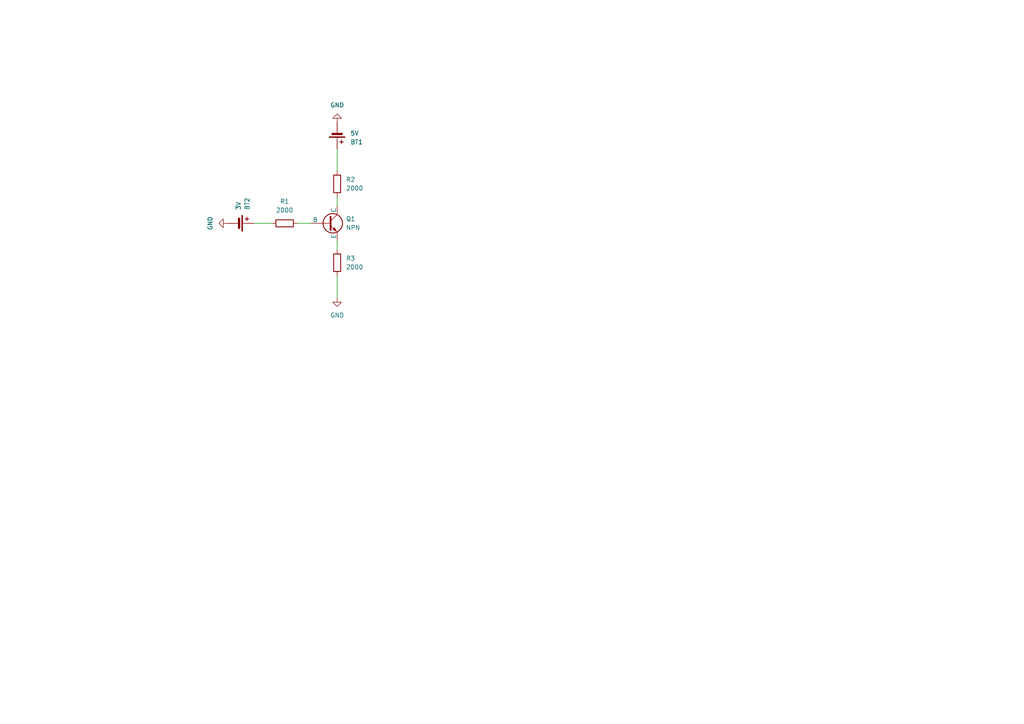
<source format=kicad_sch>
(kicad_sch (version 20230121) (generator eeschema)
  (paper "A4")
  (lib_symbols
    (symbol "Device:Battery_Cell" (pin_numbers hide) (pin_names (offset 0) hide)
      (property "Reference" "BT" (at 2.54 2.54 0))
      (property "Value" "Battery_Cell" (at 2.54 0 0))
      (symbol "Battery_Cell_0_1"
        (rectangle (start -2.286 1.778) (end 2.286 1.524) (fill (type outline)))
        (rectangle (start -1.524 1.016) (end 1.524 0.508) (fill (type outline)))
        (polyline (pts (xy 0 0.762) (xy 0 0)))
        (polyline (pts (xy 0 1.778) (xy 0 2.54)))
        (polyline (pts (xy 0.762 3.048) (xy 1.778 3.048)) (stroke (width 0.254)))
        (polyline (pts (xy 1.27 3.556) (xy 1.27 2.54)) (stroke (width 0.254)))
      )
      (symbol "Battery_Cell_1_1"
        (pin passive line (at 0 5.08 270) (length 2.54) (name "+") (number "1"))
        (pin passive line (at 0 -2.54 90) (length 2.54) (name "-") (number "2"))
      )
    )
    (symbol "Device:R" (pin_numbers hide) (pin_names (offset 0))
      (property "Reference" "R" (at 2.032 0 90))
      (property "Value" "R" (at 0 0 90))
      (symbol "R_0_1"
        (rectangle (start -1.016 -2.54) (end 1.016 2.54) (stroke (width 0.254)))
      )
      (symbol "R_1_1"
        (pin passive line (at 0 3.81 270) (length 1.27) (name "~") (number "1"))
        (pin passive line (at 0 -3.81 90) (length 1.27) (name "~") (number "2"))
      )
    )
    (symbol "Simulation_SPICE:NPN" (pin_numbers hide) (pin_names (offset 0))
      (property "Reference" "Q" (at -2.54 7.62 0))
      (property "Value" "NPN" (at -2.54 5.08 0))
      (symbol "NPN_0_1"
        (polyline (pts (xy -2.54 0) (xy 0.635 0)) (stroke (width 0.1524)))
        (polyline (pts (xy 0.635 0.635) (xy 2.54 2.54)))
        (polyline (pts (xy 2.794 -1.27) (xy 2.794 -1.27)) (stroke (width 0.1524)))
        (polyline (pts (xy 2.794 -1.27) (xy 2.794 -1.27)) (stroke (width 0.1524)))
        (polyline (pts (xy 0.635 -0.635) (xy 2.54 -2.54) (xy 2.54 -2.54)))
        (polyline (pts (xy 0.635 1.905) (xy 0.635 -1.905) (xy 0.635 -1.905)) (stroke (width 0.508)))
        (polyline (pts (xy 1.27 -1.778) (xy 1.778 -1.27) (xy 2.286 -2.286) (xy 1.27 -1.778) (xy 1.27 -1.778)) (fill (type outline)))
        (circle (center 1.27 0) (radius 2.8194) (stroke (width 0.254)))
      )
      (symbol "NPN_1_1"
        (pin open_collector line (at 2.54 5.08 270) (length 2.54) (name "C") (number "1"))
        (pin input line (at -5.08 0 0) (length 2.54) (name "B") (number "2"))
        (pin open_emitter line (at 2.54 -5.08 90) (length 2.54) (name "E") (number "3"))
      )
    )
    (symbol "power:GND" (power) (pin_names (offset 0))
      (property "Value" "GND" (at 0 -3.81 0))
      (symbol "GND_0_1"
        (polyline (pts (xy 0 0) (xy 0 -1.27) (xy 1.27 -1.27) (xy 0 -2.54) (xy -1.27 -1.27) (xy 0 -1.27)))
      )
      (symbol "GND_1_1"
        (pin power_in line (at 0 0 270) (length 0) hide (name "GND") (number "1"))
      )
    )
  )
  (wire (pts (xy 97.79 72.39) (xy 97.79 69.85)))
  (wire (pts (xy 97.79 86.36) (xy 97.79 80.01)))
  (wire (pts (xy 73.66 64.77) (xy 78.74 64.77)))
  (wire (pts (xy 97.79 43.18) (xy 97.79 49.53)))
  (wire (pts (xy 86.36 64.77) (xy 90.17 64.77)))
  (wire (pts (xy 97.79 57.15) (xy 97.79 59.69)))
  (symbol (lib_id "power:GND") (at 97.79 86.36 0) (unit 1)
    (property "Reference" "#PWR04" (effects hide))
    (property "Value" "GND" (at 97.79 91.44 0))
  )
  (symbol (lib_id "Device:Battery_Cell") (at 68.58 64.77 270) (mirror x) (unit 1)
    (property "Reference" "BT2" (at 71.6915 60.96 0) (effects (justify left)))
    (property "Value" "3V" (at 69.1515 60.96 0) (effects (justify left)))
    (property "Sim.Device" "V" (effects hide))
    (property "Sim.Type" "DC" (effects hide))
    (property "Sim.Pins" "1=+ 2=-" (effects hide))
    (property "Sim.Params" "dc=3" (effects hide))
  )
  (symbol (lib_id "Simulation_SPICE:NPN") (at 95.25 64.77 0) (unit 1)
    (property "Reference" "Q1" (at 100.33 63.5 0) (effects (justify left)))
    (property "Value" "NPN" (at 100.33 66.04 0) (effects (justify left)))
    (property "Sim.Device" "NPN" (effects hide))
    (property "Sim.Type" "GUMMELPOON" (effects hide))
    (property "Sim.Pins" "1=C 2=B 3=E" (effects hide))
  )
  (symbol (lib_id "Device:Battery_Cell") (at 97.79 38.1 0) (mirror x) (unit 1)
    (property "Reference" "BT1" (at 101.6 41.2115 0) (effects (justify left)))
    (property "Value" "5V" (at 101.6 38.6715 0) (effects (justify left)))
    (property "Sim.Device" "V" (effects hide))
    (property "Sim.Type" "DC" (effects hide))
    (property "Sim.Pins" "1=+ 2=-" (effects hide))
    (property "Sim.Params" "dc=5" (effects hide))
  )
  (symbol (lib_id "power:GND") (at 97.79 35.56 0) (mirror x) (unit 1)
    (property "Reference" "#PWR01" (effects hide))
    (property "Value" "GND" (at 97.79 30.48 0))
  )
  (symbol (lib_id "power:GND") (at 66.04 64.77 270) (mirror x) (unit 1)
    (property "Reference" "#PWR02" (effects hide))
    (property "Value" "GND" (at 60.96 64.77 0))
  )
  (symbol (lib_id "Device:R") (at 82.55 64.77 90) (unit 1)
    (property "Reference" "R1" (at 82.55 58.42 90))
    (property "Value" "2000" (at 82.55 60.96 90))
  )
  (symbol (lib_id "Device:R") (at 97.79 53.34 180) (unit 1)
    (property "Reference" "R2" (at 100.33 52.07 0) (effects (justify right)))
    (property "Value" "2000" (at 100.33 54.61 0) (effects (justify right)))
  )
  (symbol (lib_id "Device:R") (at 97.79 76.2 180) (unit 1)
    (property "Reference" "R3" (at 100.33 74.93 0) (effects (justify right)))
    (property "Value" "2000" (at 100.33 77.47 0) (effects (justify right)))
  )
)
</source>
